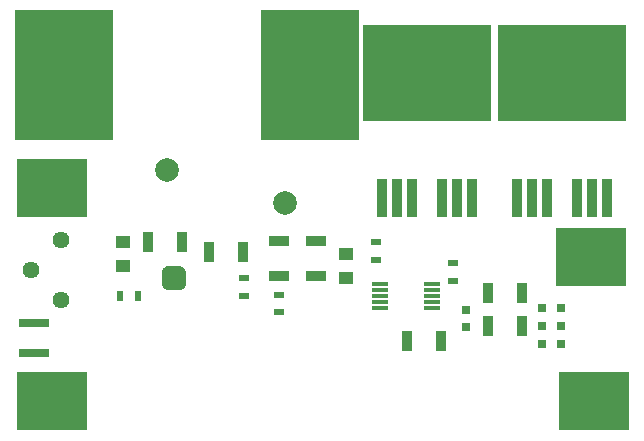
<source format=gbr>
%TF.GenerationSoftware,KiCad,Pcbnew,(2017-08-30 revision 50164e996)-master*%
%TF.CreationDate,2017-09-20T12:12:51+02:00*%
%TF.ProjectId,antispark,616E7469737061726B2E6B696361645F,rev?*%
%TF.SameCoordinates,Original*%
%TF.FileFunction,Soldermask,Top*%
%TF.FilePolarity,Negative*%
%FSLAX46Y46*%
G04 Gerber Fmt 4.6, Leading zero omitted, Abs format (unit mm)*
G04 Created by KiCad (PCBNEW (2017-08-30 revision 50164e996)-master) date Wed Sep 20 12:12:51 2017*
%MOMM*%
%LPD*%
G01*
G04 APERTURE LIST*
%ADD10C,0.100000*%
%ADD11C,1.998980*%
%ADD12R,1.400000X0.300000*%
%ADD13R,10.800080X8.150860*%
%ADD14R,0.899160X3.200400*%
%ADD15R,0.750000X0.800000*%
%ADD16R,0.900000X0.500000*%
%ADD17R,0.500000X0.900000*%
%ADD18R,1.250000X1.000000*%
%ADD19R,1.700000X0.900000*%
%ADD20R,0.900000X1.700000*%
%ADD21R,8.300000X11.000000*%
%ADD22R,6.000000X5.000000*%
%ADD23C,2.000000*%
%ADD24R,0.800000X0.800000*%
%ADD25R,2.500000X0.640000*%
%ADD26C,1.440000*%
G04 APERTURE END LIST*
D10*
%TO.C,REF\002A\002A*%
G36*
X152440729Y-90442916D02*
X152489240Y-90450112D01*
X152536813Y-90462029D01*
X152582989Y-90478551D01*
X152627323Y-90499519D01*
X152669388Y-90524732D01*
X152708780Y-90553947D01*
X152745118Y-90586882D01*
X152778053Y-90623220D01*
X152807268Y-90662612D01*
X152832481Y-90704677D01*
X152853449Y-90749011D01*
X152869971Y-90795187D01*
X152881888Y-90842760D01*
X152889084Y-90891271D01*
X152891490Y-90940255D01*
X152891490Y-91939745D01*
X152889084Y-91988729D01*
X152881888Y-92037240D01*
X152869971Y-92084813D01*
X152853449Y-92130989D01*
X152832481Y-92175323D01*
X152807268Y-92217388D01*
X152778053Y-92256780D01*
X152745118Y-92293118D01*
X152708780Y-92326053D01*
X152669388Y-92355268D01*
X152627323Y-92380481D01*
X152582989Y-92401449D01*
X152536813Y-92417971D01*
X152489240Y-92429888D01*
X152440729Y-92437084D01*
X152391745Y-92439490D01*
X151392255Y-92439490D01*
X151343271Y-92437084D01*
X151294760Y-92429888D01*
X151247187Y-92417971D01*
X151201011Y-92401449D01*
X151156677Y-92380481D01*
X151114612Y-92355268D01*
X151075220Y-92326053D01*
X151038882Y-92293118D01*
X151005947Y-92256780D01*
X150976732Y-92217388D01*
X150951519Y-92175323D01*
X150930551Y-92130989D01*
X150914029Y-92084813D01*
X150902112Y-92037240D01*
X150894916Y-91988729D01*
X150892510Y-91939745D01*
X150892510Y-90940255D01*
X150894916Y-90891271D01*
X150902112Y-90842760D01*
X150914029Y-90795187D01*
X150930551Y-90749011D01*
X150951519Y-90704677D01*
X150976732Y-90662612D01*
X151005947Y-90623220D01*
X151038882Y-90586882D01*
X151075220Y-90553947D01*
X151114612Y-90524732D01*
X151156677Y-90499519D01*
X151201011Y-90478551D01*
X151247187Y-90462029D01*
X151294760Y-90450112D01*
X151343271Y-90442916D01*
X151392255Y-90440510D01*
X152391745Y-90440510D01*
X152440729Y-90442916D01*
X152440729Y-90442916D01*
G37*
D11*
X151892000Y-91440000D03*
%TD*%
D12*
%TO.C,U1*%
X169377000Y-91964000D03*
X169377000Y-92464000D03*
X169377000Y-92964000D03*
X169377000Y-93464000D03*
X169377000Y-93964000D03*
X173777000Y-93964000D03*
X173777000Y-93464000D03*
X173777000Y-92964000D03*
X173777000Y-92464000D03*
X173777000Y-91964000D03*
%TD*%
D13*
%TO.C,U10*%
X173355000Y-74109580D03*
D14*
X169545000Y-84711540D03*
X170815000Y-84711540D03*
X172085000Y-84711540D03*
X174625000Y-84711540D03*
X175895000Y-84711540D03*
X177165000Y-84711540D03*
%TD*%
D15*
%TO.C,C1*%
X176657000Y-94119000D03*
X176657000Y-95619000D03*
%TD*%
D16*
%TO.C,R2*%
X160782000Y-94349000D03*
X160782000Y-92849000D03*
%TD*%
D17*
%TO.C,R7*%
X147332000Y-92964000D03*
X148832000Y-92964000D03*
%TD*%
D16*
%TO.C,R8*%
X157861000Y-91452000D03*
X157861000Y-92952000D03*
%TD*%
%TO.C,Ro1*%
X175514000Y-91682000D03*
X175514000Y-90182000D03*
%TD*%
%TO.C,Rsns1*%
X169037000Y-88404000D03*
X169037000Y-89904000D03*
%TD*%
D18*
%TO.C,C2*%
X166497000Y-91424000D03*
X166497000Y-89424000D03*
%TD*%
%TO.C,C3*%
X147574000Y-90408000D03*
X147574000Y-88408000D03*
%TD*%
D19*
%TO.C,R1*%
X160782000Y-91239000D03*
X160782000Y-88339000D03*
%TD*%
D20*
%TO.C,R3*%
X157787000Y-89281000D03*
X154887000Y-89281000D03*
%TD*%
%TO.C,R9*%
X178509000Y-95504000D03*
X181409000Y-95504000D03*
%TD*%
%TO.C,R10*%
X174551000Y-96774000D03*
X171651000Y-96774000D03*
%TD*%
%TO.C,R11*%
X181409000Y-92710000D03*
X178509000Y-92710000D03*
%TD*%
%TO.C,R12*%
X149680000Y-88392000D03*
X152580000Y-88392000D03*
%TD*%
D19*
%TO.C,Rin1*%
X163957000Y-91239000D03*
X163957000Y-88339000D03*
%TD*%
D21*
%TO.C,F1*%
X163449000Y-74295000D03*
X142621000Y-74295000D03*
%TD*%
D22*
%TO.C,P1VBAT1*%
X141605000Y-83820000D03*
%TD*%
%TO.C,P2VBAT1*%
X187198000Y-89662000D03*
%TD*%
D23*
%TO.C,RV1*%
X161290000Y-85090000D03*
X151290000Y-82290000D03*
%TD*%
D14*
%TO.C,U11*%
X188595000Y-84711540D03*
X187325000Y-84711540D03*
X186055000Y-84711540D03*
X183515000Y-84711540D03*
X182245000Y-84711540D03*
X180975000Y-84711540D03*
D13*
X184785000Y-74109580D03*
%TD*%
D24*
%TO.C,D2*%
X183096000Y-95504000D03*
X184696000Y-95504000D03*
%TD*%
%TO.C,D3*%
X184696000Y-97028000D03*
X183096000Y-97028000D03*
%TD*%
%TO.C,D4*%
X183096000Y-93980000D03*
X184696000Y-93980000D03*
%TD*%
D25*
%TO.C,JP1*%
X140081000Y-95250000D03*
X140081000Y-97790000D03*
%TD*%
D22*
%TO.C,P1GND1*%
X187452000Y-101854000D03*
%TD*%
%TO.C,P2GND1*%
X141605000Y-101854000D03*
%TD*%
D26*
%TO.C,RV2*%
X142367000Y-88265000D03*
X139827000Y-90805000D03*
X142367000Y-93345000D03*
%TD*%
M02*

</source>
